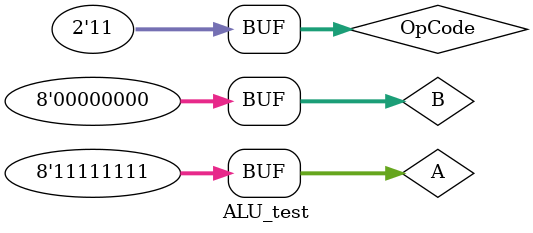
<source format=sv>
`timescale 1ns / 1ps


module ALU_test();
	logic [7:0] A,B,Result;
	logic [1:0] OpCode;
	logic [3:0] Status;
	logic [8:0] resultado;
	
	S4_actividad3 DUT(
		.A(A),
		.B(B),
		.OpCode(OpCode),
		.Result(Result),
		.Status(Status)/*,
		.resultado(resultado)*/
		);
	
	initial begin
	    //Caso 1
		OpCode = 'd0;			//Suma
		A = 8'b11111111;		
		B = 8'b11111111;		//Se está probando el flag C, overflow
	
		#10
        //Caso 2
		A = 8'b01111111;	
		B = 8'b01111111;		//Se está probando el flag V, suma de números positivos que da un número negativo
	
		#10
	    //Caso 3
		A = 8'b10011001;
		B = 8'b11011000;		//Se está probando el flag V, suma de números negativos que da un número positivo

		#10
        //Caso 4
		A = 8'b01110110;
		B = 8'b10001010;			//Se está probando el flag Z, que el resultado sea 0 

		#10
        //Caso 5
		A = 8'b10011011;
		B = 8'b00000111;			//Se está probando el flag N, que el resultado sea negativo

		#10
        //Caso 6
		OpCode = 'd1;			//Resta
		A = 8'b00010110;
		B = 8'b01011000;			//Se está probando el flag C, borrow

		#10
        //Caso 7
		A = 8'b01100100;
		B = 8'b11011000;			//Se está probando el flag V, restarle un número negativo a un positivo y obtener un negativo

		#10
        //Caso 8
		A = 8'b10001111;
		B = 8'b00101000;			//Se está probando el flag V, restarle un número positivo a un negativo y obtener un positivo

		#10
        //Caso 9
		A = 8'b01110100;
		B = 8'b01111100;			//Se está probando el flag N, que el resultado sea negativo

		#10
        //Caso 10
		A = 8'b11111111;
		B = 8'b11111111;			//Se está probando el flag Z, que el resultado sea 0

		#10
        //Caso 11
		OpCode = 'd2;			//OR
		A = 8'b11001001;			//C y V deben ser 0
		B = 8'b01100010;			//Se está probando el flag N, que el número sea negativo
		
		#10
		//Caso 12
		A = 8'b00000000;			//C y V deben ser 0
		B = 8'b00000000;			//Se está probando el flag Z, que el número sea cero
		
		#10
	    //Caso 13
		OpCode = 'd3;			//AND
		A = 8'b11011011;			//C y V deben ser 0
		B = 8'b11101001;			//Se está probando el flag N, que el número sea negativo
		
		#10
		//Caso 14
	    A = 8'b11111111;			//C y V deben ser 0
		B = 8'b00000000;			//Se está probando el flag Z, que el número sea cero
	end

endmodule
</source>
